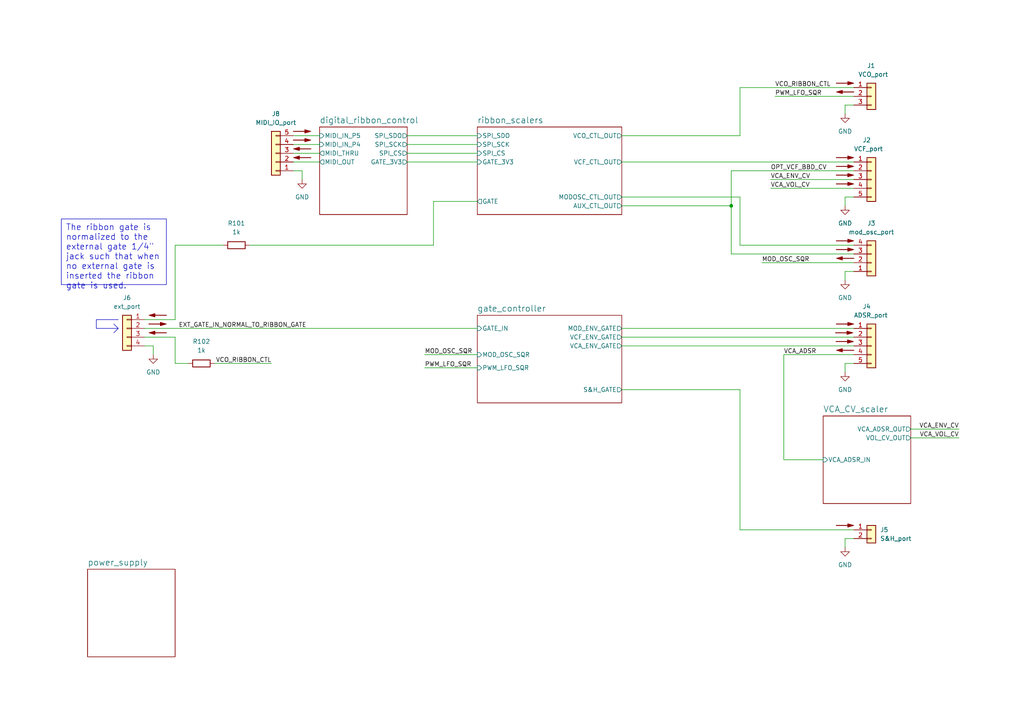
<source format=kicad_sch>
(kicad_sch (version 20230121) (generator eeschema)
  (paper "A4")
  (title_block (title "Josh Ox Ribbon Synth Ribbon board") (date "2023-09-03") (rev "1.1") (comment 1 "creativecommons.org/licences/by/4.0") (comment 2 "license: CC by 4.0") (comment 3 "Author: Jordan Aceto"))
  (lib_symbols
    (symbol "Connector_Generic:Conn_01x02" (pin_names (offset 1.016) hide)
      (property "Reference" "J" (at 0 2.54 0))
      (property "Value" "Conn_01x02" (at 0 -5.08 0))
      (symbol "Conn_01x02_1_1"
        (rectangle (start -1.27 -2.413) (end 0 -2.667) (stroke (width 0.1524)))
        (rectangle (start -1.27 0.127) (end 0 -0.127) (stroke (width 0.1524)))
        (rectangle (start -1.27 1.27) (end 1.27 -3.81) (stroke (width 0.254)) (fill (type background)))
        (pin passive line (at -5.08 0 0) (length 3.81) (name "Pin_1") (number "1"))
        (pin passive line (at -5.08 -2.54 0) (length 3.81) (name "Pin_2") (number "2"))
      )
    )
    (symbol "Connector_Generic:Conn_01x03" (pin_names (offset 1.016) hide)
      (property "Reference" "J" (at 0 5.08 0))
      (property "Value" "Conn_01x03" (at 0 -5.08 0))
      (symbol "Conn_01x03_1_1"
        (rectangle (start -1.27 -2.413) (end 0 -2.667) (stroke (width 0.1524)))
        (rectangle (start -1.27 0.127) (end 0 -0.127) (stroke (width 0.1524)))
        (rectangle (start -1.27 2.667) (end 0 2.413) (stroke (width 0.1524)))
        (rectangle (start -1.27 3.81) (end 1.27 -3.81) (stroke (width 0.254)) (fill (type background)))
        (pin passive line (at -5.08 2.54 0) (length 3.81) (name "Pin_1") (number "1"))
        (pin passive line (at -5.08 0 0) (length 3.81) (name "Pin_2") (number "2"))
        (pin passive line (at -5.08 -2.54 0) (length 3.81) (name "Pin_3") (number "3"))
      )
    )
    (symbol "Connector_Generic:Conn_01x04" (pin_names (offset 1.016) hide)
      (property "Reference" "J" (at 0 5.08 0))
      (property "Value" "Conn_01x04" (at 0 -7.62 0))
      (symbol "Conn_01x04_1_1"
        (rectangle (start -1.27 -4.953) (end 0 -5.207) (stroke (width 0.1524)))
        (rectangle (start -1.27 -2.413) (end 0 -2.667) (stroke (width 0.1524)))
        (rectangle (start -1.27 0.127) (end 0 -0.127) (stroke (width 0.1524)))
        (rectangle (start -1.27 2.667) (end 0 2.413) (stroke (width 0.1524)))
        (rectangle (start -1.27 3.81) (end 1.27 -6.35) (stroke (width 0.254)) (fill (type background)))
        (pin passive line (at -5.08 2.54 0) (length 3.81) (name "Pin_1") (number "1"))
        (pin passive line (at -5.08 0 0) (length 3.81) (name "Pin_2") (number "2"))
        (pin passive line (at -5.08 -2.54 0) (length 3.81) (name "Pin_3") (number "3"))
        (pin passive line (at -5.08 -5.08 0) (length 3.81) (name "Pin_4") (number "4"))
      )
    )
    (symbol "Connector_Generic:Conn_01x05" (pin_names (offset 1.016) hide)
      (property "Reference" "J" (at 0 7.62 0))
      (property "Value" "Conn_01x05" (at 0 -7.62 0))
      (symbol "Conn_01x05_1_1"
        (rectangle (start -1.27 -4.953) (end 0 -5.207) (stroke (width 0.1524)))
        (rectangle (start -1.27 -2.413) (end 0 -2.667) (stroke (width 0.1524)))
        (rectangle (start -1.27 0.127) (end 0 -0.127) (stroke (width 0.1524)))
        (rectangle (start -1.27 2.667) (end 0 2.413) (stroke (width 0.1524)))
        (rectangle (start -1.27 5.207) (end 0 4.953) (stroke (width 0.1524)))
        (rectangle (start -1.27 6.35) (end 1.27 -6.35) (stroke (width 0.254)) (fill (type background)))
        (pin passive line (at -5.08 5.08 0) (length 3.81) (name "Pin_1") (number "1"))
        (pin passive line (at -5.08 2.54 0) (length 3.81) (name "Pin_2") (number "2"))
        (pin passive line (at -5.08 0 0) (length 3.81) (name "Pin_3") (number "3"))
        (pin passive line (at -5.08 -2.54 0) (length 3.81) (name "Pin_4") (number "4"))
        (pin passive line (at -5.08 -5.08 0) (length 3.81) (name "Pin_5") (number "5"))
      )
    )
    (symbol "Device:R" (pin_numbers hide) (pin_names (offset 0))
      (property "Reference" "R" (at 2.032 0 90))
      (property "Value" "R" (at 0 0 90))
      (symbol "R_0_1"
        (rectangle (start -1.016 -2.54) (end 1.016 2.54) (stroke (width 0.254)))
      )
      (symbol "R_1_1"
        (pin passive line (at 0 3.81 270) (length 1.27) (name "~") (number "1"))
        (pin passive line (at 0 -3.81 90) (length 1.27) (name "~") (number "2"))
      )
    )
    (symbol "Graphic:SYM_Arrow_Normal" (in_bom no) (on_board no)
      (symbol "SYM_Arrow_Normal_0_1"
        (polyline (pts (xy 1.524 0) (xy -2.54 0)) (stroke (width 0.254)))
        (polyline (pts (xy 2.54 0) (xy 0.762 -0.508) (xy 0.762 0.508) (xy 2.54 0)) (fill (type outline)))
      )
    )
    (symbol "power:GND" (power) (pin_names (offset 0))
      (property "Value" "GND" (at 0 -3.81 0))
      (symbol "GND_0_1"
        (polyline (pts (xy 0 0) (xy 0 -1.27) (xy 1.27 -1.27) (xy 0 -2.54) (xy -1.27 -1.27) (xy 0 -1.27)))
      )
      (symbol "GND_1_1"
        (pin power_in line (at 0 0 270) (length 0) hide (name "GND") (number "1"))
      )
    )
  )
  (junction (at 212.09 59.69))
  (polyline (pts (xy 27.94 95.25) (xy 34.29 95.25)) (stroke (width 0) (type solid)))
  (wire (pts (xy 44.45 100.33) (xy 41.91 100.33)))
  (wire (pts (xy 87.63 49.53) (xy 85.09 49.53)))
  (wire (pts (xy 180.34 97.79) (xy 247.65 97.79)))
  (wire (pts (xy 214.63 39.37) (xy 214.63 25.4)))
  (wire (pts (xy 223.52 52.07) (xy 247.65 52.07)))
  (wire (pts (xy 214.63 113.03) (xy 214.63 153.67)))
  (wire (pts (xy 180.34 46.99) (xy 247.65 46.99)))
  (wire (pts (xy 118.11 41.91) (xy 138.43 41.91)))
  (wire (pts (xy 245.11 78.74) (xy 247.65 78.74)))
  (wire (pts (xy 245.11 30.48) (xy 245.11 33.02)))
  (wire (pts (xy 212.09 59.69) (xy 212.09 73.66)))
  (wire (pts (xy 50.8 105.41) (xy 54.61 105.41)))
  (wire (pts (xy 245.11 105.41) (xy 247.65 105.41)))
  (wire (pts (xy 85.09 46.99) (xy 92.71 46.99)))
  (wire (pts (xy 220.98 76.2) (xy 247.65 76.2)))
  (wire (pts (xy 278.13 124.46) (xy 264.16 124.46)))
  (wire (pts (xy 118.11 46.99) (xy 138.43 46.99)))
  (wire (pts (xy 245.11 156.21) (xy 247.65 156.21)))
  (wire (pts (xy 180.34 95.25) (xy 247.65 95.25)))
  (wire (pts (xy 118.11 44.45) (xy 138.43 44.45)))
  (wire (pts (xy 214.63 57.15) (xy 214.63 71.12)))
  (wire (pts (xy 85.09 39.37) (xy 92.71 39.37)))
  (wire (pts (xy 247.65 49.53) (xy 212.09 49.53)))
  (wire (pts (xy 180.34 59.69) (xy 212.09 59.69)))
  (wire (pts (xy 245.11 105.41) (xy 245.11 107.95)))
  (wire (pts (xy 247.65 71.12) (xy 214.63 71.12)))
  (polyline (pts (xy 27.94 92.71) (xy 27.94 95.25)) (stroke (width 0) (type solid)))
  (wire (pts (xy 245.11 30.48) (xy 247.65 30.48)))
  (wire (pts (xy 212.09 49.53) (xy 212.09 59.69)))
  (wire (pts (xy 44.45 100.33) (xy 44.45 102.87)))
  (polyline (pts (xy 34.29 92.71) (xy 27.94 92.71)) (stroke (width 0) (type solid)))
  (wire (pts (xy 224.79 27.94) (xy 247.65 27.94)))
  (wire (pts (xy 278.13 127) (xy 264.16 127)))
  (wire (pts (xy 87.63 52.07) (xy 87.63 49.53)))
  (wire (pts (xy 123.19 102.87) (xy 138.43 102.87)))
  (wire (pts (xy 180.34 113.03) (xy 214.63 113.03)))
  (wire (pts (xy 245.11 156.21) (xy 245.11 158.75)))
  (wire (pts (xy 212.09 73.66) (xy 247.65 73.66)))
  (wire (pts (xy 125.73 58.42) (xy 125.73 71.12)))
  (polyline (pts (xy 33.02 96.52) (xy 34.29 95.25)) (stroke (width 0) (type solid)))
  (wire (pts (xy 180.34 100.33) (xy 247.65 100.33)))
  (wire (pts (xy 214.63 57.15) (xy 180.34 57.15)))
  (wire (pts (xy 123.19 106.68) (xy 138.43 106.68)))
  (wire (pts (xy 62.23 105.41) (xy 78.74 105.41)))
  (wire (pts (xy 72.39 71.12) (xy 125.73 71.12)))
  (wire (pts (xy 41.91 95.25) (xy 138.43 95.25)))
  (wire (pts (xy 245.11 57.15) (xy 247.65 57.15)))
  (wire (pts (xy 41.91 92.71) (xy 50.8 92.71)))
  (wire (pts (xy 223.52 54.61) (xy 247.65 54.61)))
  (polyline (pts (xy 33.02 93.98) (xy 34.29 95.25)) (stroke (width 0) (type solid)))
  (wire (pts (xy 245.11 57.15) (xy 245.11 59.69)))
  (wire (pts (xy 50.8 97.79) (xy 50.8 105.41)))
  (wire (pts (xy 85.09 41.91) (xy 92.71 41.91)))
  (wire (pts (xy 227.33 133.35) (xy 227.33 102.87)))
  (wire (pts (xy 227.33 133.35) (xy 238.76 133.35)))
  (wire (pts (xy 41.91 97.79) (xy 50.8 97.79)))
  (wire (pts (xy 50.8 92.71) (xy 50.8 71.12)))
  (wire (pts (xy 245.11 78.74) (xy 245.11 81.28)))
  (wire (pts (xy 85.09 44.45) (xy 92.71 44.45)))
  (wire (pts (xy 214.63 153.67) (xy 247.65 153.67)))
  (wire (pts (xy 138.43 58.42) (xy 125.73 58.42)))
  (wire (pts (xy 118.11 39.37) (xy 138.43 39.37)))
  (wire (pts (xy 50.8 71.12) (xy 64.77 71.12)))
  (wire (pts (xy 227.33 102.87) (xy 247.65 102.87)))
  (wire (pts (xy 214.63 25.4) (xy 247.65 25.4)))
  (wire (pts (xy 214.63 39.37) (xy 180.34 39.37)))
  (text_box "The ribbon gate is normalized to the external gate 1/4\" jack such that when no external gate is inserted the ribbon gate is used." (at 17.78 63.5 0) (size 30.48 19.05) (effects (font (size 1.75 1.75)) (justify left top)))
  (label "PWM_LFO_SQR" (at 224.79 27.94 0))
  (label "OPT_VCF_BBD_CV" (at 223.52 49.53 0))
  (label "VCO_RIBBON_CTL" (at 224.79 25.4 0))
  (label "VCA_ENV_CV" (at 223.52 52.07 0))
  (label "VCA_VOL_CV" (at 278.13 127 180))
  (label "MOD_OSC_SQR" (at 220.98 76.2 0))
  (label "VCA_ADSR" (at 227.33 102.87 0))
  (label "EXT_GATE_IN_NORMAL_TO_RIBBON_GATE" (at 88.9 95.25 180))
  (label "MOD_OSC_SQR" (at 123.19 102.87 0))
  (label "VCA_ENV_CV" (at 278.13 124.46 180))
  (label "PWM_LFO_SQR" (at 123.19 106.68 0))
  (label "VCA_VOL_CV" (at 223.52 54.61 0))
  (label "VCO_RIBBON_CTL" (at 78.74 105.41 180))
  (symbol (lib_id "Graphic:SYM_Arrow_Normal") (at 45.72 96.52 180) (unit 1)
    (property "Reference" "#SYM103" (effects hide))
    (property "Value" "SYM_Arrow_Normal" (effects hide))
    (property "Sim.Enable" "0" (effects hide))
  )
  (symbol (lib_id "power:GND") (at 44.45 102.87 0) (mirror y) (unit 1)
    (property "Reference" "#PWR0101" (effects hide))
    (property "Value" "GND" (at 44.45 107.95 0))
  )
  (symbol (lib_id "Device:R") (at 68.58 71.12 90) (unit 1)
    (property "Reference" "R101" (at 68.58 64.77 90))
    (property "Value" "1k" (at 68.58 67.31 90))
    (property "Footprint" "Resistor_SMD:R_0805_2012Metric" (effects hide))
  )
  (symbol (lib_id "Device:R") (at 58.42 105.41 90) (unit 1)
    (property "Reference" "R102" (at 58.42 99.06 90))
    (property "Value" "1k" (at 58.42 101.6 90))
    (property "Footprint" "Resistor_SMD:R_0805_2012Metric" (effects hide))
  )
  (symbol (lib_id "Connector_Generic:Conn_01x02") (at 252.73 153.67 0) (unit 1)
    (property "Reference" "J5" (at 255.27 153.6699 0) (effects (justify left)))
    (property "Value" "S&H_port" (at 255.27 156.2099 0) (effects (justify left)))
    (property "Footprint" "Connector_Molex:Molex_KK-254_AE-6410-02A_1x02_P2.54mm_Vertical" (effects hide))
  )
  (symbol (lib_id "Graphic:SYM_Arrow_Normal") (at 87.63 43.18 180) (unit 1)
    (property "Reference" "#SYM4" (effects hide))
    (property "Value" "SYM_Arrow_Normal" (effects hide))
    (property "Sim.Enable" "0" (effects hide))
  )
  (symbol (lib_id "Graphic:SYM_Arrow_Normal") (at 245.11 93.98 0) (unit 1)
    (property "Reference" "#SYM114" (effects hide))
    (property "Value" "SYM_Arrow_Normal" (effects hide))
    (property "Sim.Enable" "0" (effects hide))
  )
  (symbol (lib_id "Connector_Generic:Conn_01x04") (at 252.73 76.2 0) (mirror x) (unit 1)
    (property "Reference" "J3" (at 252.73 64.77 0))
    (property "Value" "mod_osc_port" (at 252.73 67.31 0))
    (property "Footprint" "Connector_Molex:Molex_KK-254_AE-6410-04A_1x04_P2.54mm_Vertical" (effects hide))
  )
  (symbol (lib_id "Graphic:SYM_Arrow_Normal") (at 245.0388 99.06 0) (unit 1)
    (property "Reference" "#SYM105" (effects hide))
    (property "Value" "SYM_Arrow_Normal" (effects hide))
    (property "Sim.Enable" "0" (effects hide))
  )
  (symbol (lib_id "Graphic:SYM_Arrow_Normal") (at 87.63 45.72 180) (unit 1)
    (property "Reference" "#SYM5" (effects hide))
    (property "Value" "SYM_Arrow_Normal" (effects hide))
    (property "Sim.Enable" "0" (effects hide))
  )
  (symbol (lib_id "Graphic:SYM_Arrow_Normal") (at 245.11 74.93 180) (unit 1)
    (property "Reference" "#SYM113" (effects hide))
    (property "Value" "SYM_Arrow_Normal" (effects hide))
    (property "Sim.Enable" "0" (effects hide))
  )
  (symbol (lib_id "Graphic:SYM_Arrow_Normal") (at 245.11 69.85 0) (unit 1)
    (property "Reference" "#SYM112" (effects hide))
    (property "Value" "SYM_Arrow_Normal" (effects hide))
    (property "Sim.Enable" "0" (effects hide))
  )
  (symbol (lib_id "power:GND") (at 245.11 59.69 0) (unit 1)
    (property "Reference" "#PWR0103" (effects hide))
    (property "Value" "GND" (at 245.11 64.77 0))
  )
  (symbol (lib_id "power:GND") (at 87.63 52.07 0) (unit 1)
    (property "Reference" "#PWR0107" (effects hide))
    (property "Value" "GND" (at 87.63 57.15 0))
  )
  (symbol (lib_id "Graphic:SYM_Arrow_Normal") (at 87.63 38.1 0) (unit 1)
    (property "Reference" "#SYM2" (effects hide))
    (property "Value" "SYM_Arrow_Normal" (effects hide))
    (property "Sim.Enable" "0" (effects hide))
  )
  (symbol (lib_id "Connector_Generic:Conn_01x05") (at 252.73 52.07 0) (unit 1)
    (property "Reference" "J2" (at 250.19 40.64 0) (effects (justify left)))
    (property "Value" "VCF_port" (at 247.65 43.18 0) (effects (justify left)))
    (property "Footprint" "Connector_Molex:Molex_KK-254_AE-6410-05A_1x05_P2.54mm_Vertical" (effects hide))
  )
  (symbol (lib_id "Graphic:SYM_Arrow_Normal") (at 45.72 93.98 0) (unit 1)
    (property "Reference" "#SYM102" (effects hide))
    (property "Value" "SYM_Arrow_Normal" (effects hide))
    (property "Sim.Enable" "0" (effects hide))
  )
  (symbol (lib_id "Connector_Generic:Conn_01x05") (at 80.01 44.45 180) (unit 1)
    (property "Reference" "J8" (at 80.01 33.02 0))
    (property "Value" "MIDI_IO_port" (at 80.01 35.56 0))
    (property "Footprint" "Connector_Molex:Molex_KK-254_AE-6410-05A_1x05_P2.54mm_Vertical" (effects hide))
  )
  (symbol (lib_id "Connector_Generic:Conn_01x05") (at 252.73 100.33 0) (unit 1)
    (property "Reference" "J4" (at 250.19 88.9 0) (effects (justify left)))
    (property "Value" "ADSR_port" (at 247.65 91.44 0) (effects (justify left)))
    (property "Footprint" "Connector_Molex:Molex_KK-254_AE-6410-05A_1x05_P2.54mm_Vertical" (effects hide))
  )
  (symbol (lib_id "Graphic:SYM_Arrow_Normal") (at 245.0968 50.8 0) (unit 1)
    (property "Reference" "#SYM106" (effects hide))
    (property "Value" "SYM_Arrow_Normal" (effects hide))
    (property "Sim.Enable" "0" (effects hide))
  )
  (symbol (lib_id "Graphic:SYM_Arrow_Normal") (at 245.11 45.72 0) (unit 1)
    (property "Reference" "#SYM109" (effects hide))
    (property "Value" "SYM_Arrow_Normal" (effects hide))
    (property "Sim.Enable" "0" (effects hide))
  )
  (symbol (lib_id "power:GND") (at 245.11 158.75 0) (unit 1)
    (property "Reference" "#PWR0106" (effects hide))
    (property "Value" "GND" (at 245.11 163.83 0))
  )
  (symbol (lib_id "Graphic:SYM_Arrow_Normal") (at 245.11 72.39 0) (unit 1)
    (property "Reference" "#SYM1" (effects hide))
    (property "Value" "SYM_Arrow_Normal" (effects hide))
    (property "Sim.Enable" "0" (effects hide))
  )
  (symbol (lib_id "Graphic:SYM_Arrow_Normal") (at 244.8737 96.52 0) (unit 1)
    (property "Reference" "#SYM104" (effects hide))
    (property "Value" "SYM_Arrow_Normal" (effects hide))
    (property "Sim.Enable" "0" (effects hide))
  )
  (symbol (lib_id "power:GND") (at 245.11 81.28 0) (unit 1)
    (property "Reference" "#PWR0104" (effects hide))
    (property "Value" "GND" (at 245.11 86.36 0))
  )
  (symbol (lib_id "Connector_Generic:Conn_01x03") (at 252.73 27.94 0) (unit 1)
    (property "Reference" "J1" (at 251.46 19.05 0) (effects (justify left)))
    (property "Value" "VCO_port" (at 248.92 21.59 0) (effects (justify left)))
    (property "Footprint" "Connector_Molex:Molex_KK-254_AE-6410-03A_1x03_P2.54mm_Vertical" (effects hide))
  )
  (symbol (lib_id "Graphic:SYM_Arrow_Normal") (at 245.11 53.34 0) (unit 1)
    (property "Reference" "#SYM111" (effects hide))
    (property "Value" "SYM_Arrow_Normal" (effects hide))
    (property "Sim.Enable" "0" (effects hide))
  )
  (symbol (lib_id "Connector_Generic:Conn_01x04") (at 36.83 95.25 0) (mirror y) (unit 1)
    (property "Reference" "J6" (at 36.83 86.36 0))
    (property "Value" "ext_port" (at 36.83 88.9 0))
    (property "Footprint" "Connector_Molex:Molex_KK-254_AE-6410-04A_1x04_P2.54mm_Vertical" (effects hide))
  )
  (symbol (lib_id "Graphic:SYM_Arrow_Normal") (at 245.11 101.6 180) (unit 1)
    (property "Reference" "#SYM115" (effects hide))
    (property "Value" "SYM_Arrow_Normal" (effects hide))
    (property "Sim.Enable" "0" (effects hide))
  )
  (symbol (lib_id "Graphic:SYM_Arrow_Normal") (at 245.11 26.67 180) (unit 1)
    (property "Reference" "#SYM108" (effects hide))
    (property "Value" "SYM_Arrow_Normal" (effects hide))
    (property "Sim.Enable" "0" (effects hide))
  )
  (symbol (lib_id "power:GND") (at 245.11 33.02 0) (unit 1)
    (property "Reference" "#PWR0102" (effects hide))
    (property "Value" "GND" (at 245.11 38.1 0))
  )
  (symbol (lib_id "Graphic:SYM_Arrow_Normal") (at 45.72 91.44 180) (unit 1)
    (property "Reference" "#SYM101" (effects hide))
    (property "Value" "SYM_Arrow_Normal" (effects hide))
    (property "Sim.Enable" "0" (effects hide))
  )
  (symbol (lib_id "Graphic:SYM_Arrow_Normal") (at 245.11 152.4 0) (unit 1)
    (property "Reference" "#SYM116" (effects hide))
    (property "Value" "SYM_Arrow_Normal" (effects hide))
    (property "Sim.Enable" "0" (effects hide))
  )
  (symbol (lib_id "Graphic:SYM_Arrow_Normal") (at 245.11 48.26 0) (unit 1)
    (property "Reference" "#SYM110" (effects hide))
    (property "Value" "SYM_Arrow_Normal" (effects hide))
    (property "Sim.Enable" "0" (effects hide))
  )
  (symbol (lib_id "Graphic:SYM_Arrow_Normal") (at 245.11 24.13 0) (unit 1)
    (property "Reference" "#SYM107" (effects hide))
    (property "Value" "SYM_Arrow_Normal" (effects hide))
    (property "Sim.Enable" "0" (effects hide))
  )
  (symbol (lib_id "Graphic:SYM_Arrow_Normal") (at 87.63 40.64 0) (unit 1)
    (property "Reference" "#SYM3" (effects hide))
    (property "Value" "SYM_Arrow_Normal" (effects hide))
    (property "Sim.Enable" "0" (effects hide))
  )
  (symbol (lib_id "power:GND") (at 245.11 107.95 0) (unit 1)
    (property "Reference" "#PWR0105" (effects hide))
    (property "Value" "GND" (at 245.11 113.03 0))
  )
  (sheet (at 92.71 36.83) (size 25.4 25.4) (stroke (width 0.1524))
    (property "Sheetname" "digital_ribbon_control" (at 92.71 35.8784 0) (effects (font (size 1.75 1.75)) (justify left bottom)))
    (property "Sheetfile" "microcontroller.kicad_sch" (effects hide))
    (pin "SPI_SDO" output (at 118.11 39.37 0))
    (pin "SPI_SCK" output (at 118.11 41.91 0))
    (pin "SPI_CS" output (at 118.11 44.45 0))
    (pin "GATE_3V3" output (at 118.11 46.99 0))
    (pin "MIDI_IN_P5" input (at 92.71 39.37 180))
    (pin "MIDI_IN_P4" input (at 92.71 41.91 180))
    (pin "MIDI_THRU" output (at 92.71 44.45 180))
    (pin "MIDI_OUT" output (at 92.71 46.99 180))
  )
  (sheet (at 25.4 165.1) (size 25.4 25.4) (stroke (width 0.1524))
    (property "Sheetname" "power_supply" (at 25.4 164.1484 0) (effects (font (size 1.75 1.75)) (justify left bottom)))
    (property "Sheetfile" "power_supply.kicad_sch" (effects hide))
  )
  (sheet (at 238.76 120.65) (size 25.4 25.4) (stroke (width 0.1524))
    (property "Sheetname" "VCA_CV_scaler" (at 238.76 119.6984 0) (effects (font (size 1.75 1.75)) (justify left bottom)))
    (property "Sheetfile" "VCA_CV_scaler.kicad_sch" (effects hide))
    (pin "VCA_ADSR_IN" input (at 238.76 133.35 180))
    (pin "VCA_ADSR_OUT" output (at 264.16 124.46 0))
    (pin "VOL_CV_OUT" output (at 264.16 127 0))
  )
  (sheet (at 138.43 91.44) (size 41.91 25.4) (stroke (width 0.1524))
    (property "Sheetname" "gate_controller" (at 138.43 90.4884 0) (effects (font (size 1.75 1.75)) (justify left bottom)))
    (property "Sheetfile" "gate_controller.kicad_sch" (effects hide))
    (pin "GATE_IN" input (at 138.43 95.25 180))
    (pin "MOD_OSC_SQR" input (at 138.43 102.87 180))
    (pin "PWM_LFO_SQR" input (at 138.43 106.68 180))
    (pin "VCF_ENV_GATE" output (at 180.34 97.79 0))
    (pin "MOD_ENV_GATE" output (at 180.34 95.25 0))
    (pin "VCA_ENV_GATE" output (at 180.34 100.33 0))
    (pin "S&H_GATE" output (at 180.34 113.03 0))
  )
  (sheet (at 138.43 36.83) (size 41.91 25.4) (stroke (width 0.1524))
    (property "Sheetname" "ribbon_scalers" (at 138.43 35.8784 0) (effects (font (size 1.75 1.75)) (justify left bottom)))
    (property "Sheetfile" "ribbon_scalers.kicad_sch" (effects hide))
    (pin "VCF_CTL_OUT" output (at 180.34 46.99 0))
    (pin "MODOSC_CTL_OUT" output (at 180.34 57.15 0))
    (pin "VCO_CTL_OUT" output (at 180.34 39.37 0))
    (pin "GATE" output (at 138.43 58.42 180))
    (pin "GATE_3V3" input (at 138.43 46.99 180))
    (pin "SPI_CS" input (at 138.43 44.45 180))
    (pin "SPI_SDO" input (at 138.43 39.37 180))
    (pin "SPI_SCK" input (at 138.43 41.91 180))
    (pin "AUX_CTL_OUT" output (at 180.34 59.69 0))
  )
)
</source>
